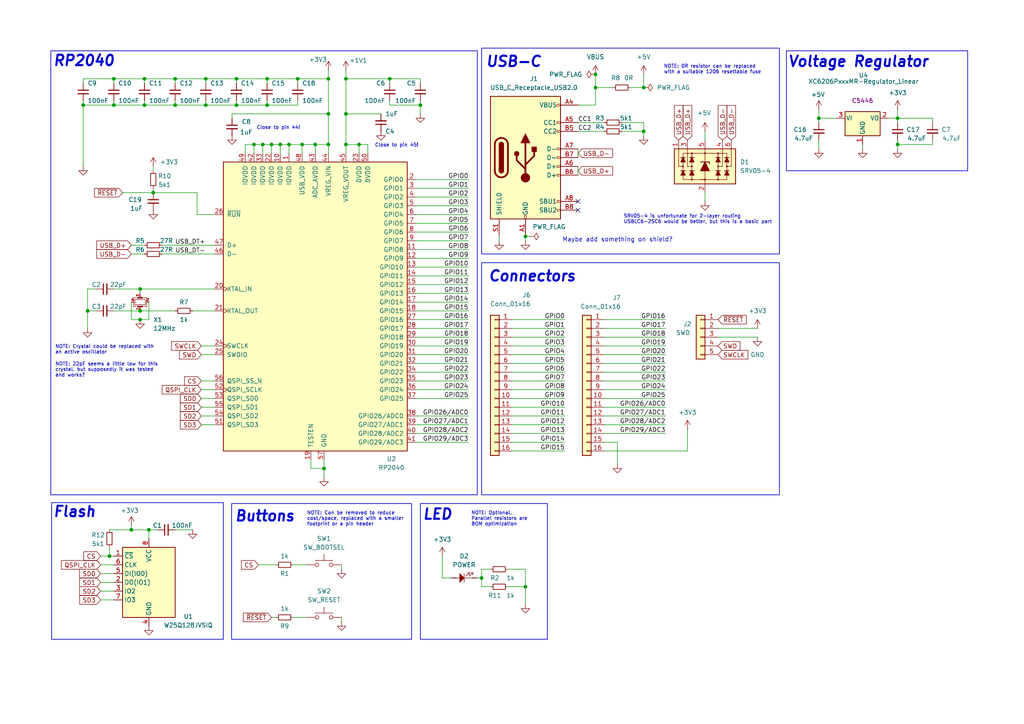
<source format=kicad_sch>
(kicad_sch (version 20231120) (generator "eeschema") (generator_version "8.0")
  (paper "A4")
  (title_block (title "RadPie2040") (date "2024-03-09") (rev "0.2"))
  (junction (at 73.66 41.91))
  (junction (at 77.47 30.48))
  (junction (at 139.7 167.64))
  (junction (at 87.63 41.91))
  (junction (at 44.45 55.88))
  (junction (at 25.4 90.17))
  (junction (at 152.4 68.58))
  (junction (at 41.91 30.48))
  (junction (at 113.03 22.86))
  (junction (at 76.2 41.91))
  (junction (at 43.18 153.67))
  (junction (at 172.72 21.59))
  (junction (at 78.74 41.91))
  (junction (at 91.44 41.91))
  (junction (at 95.25 33.02))
  (junction (at 33.02 22.86))
  (junction (at 83.82 41.91))
  (junction (at 186.69 38.1))
  (junction (at 31.75 161.29))
  (junction (at 237.49 34.29))
  (junction (at 59.69 22.86))
  (junction (at 40.64 90.17))
  (junction (at 172.72 25.4))
  (junction (at 50.8 22.86))
  (junction (at 33.02 30.48))
  (junction (at 68.58 22.86))
  (junction (at 260.35 34.29) (diameter 0.9144))
  (junction (at 41.91 22.86))
  (junction (at 152.4 170.18))
  (junction (at 100.33 33.02))
  (junction (at 100.33 22.86))
  (junction (at 86.36 22.86))
  (junction (at 104.14 41.91))
  (junction (at 68.58 30.48))
  (junction (at 59.69 30.48))
  (junction (at 81.28 41.91))
  (junction (at 50.8 30.48))
  (junction (at 186.69 25.4))
  (junction (at 95.25 22.86))
  (junction (at 121.92 30.48))
  (junction (at 100.33 41.91))
  (junction (at 95.25 41.91))
  (junction (at 260.35 41.91))
  (junction (at 93.98 135.89))
  (junction (at 24.13 30.48))
  (junction (at 38.1 153.67))
  (junction (at 77.47 22.86))
  (junction (at 40.64 83.82))
  (junction (at 40.64 92.71))
  (no_connect (at 167.64 60.96))
  (no_connect (at 167.64 58.42))
  (wire (pts (xy 175.26 115.57) (xy 193.04 115.57)))
  (wire (pts (xy 41.91 30.48) (xy 41.91 29.21)))
  (wire (pts (xy 31.75 158.75) (xy 31.75 161.29)))
  (wire (pts (xy 175.26 125.73) (xy 193.04 125.73)))
  (wire (pts (xy 120.65 67.31) (xy 135.89 67.31)))
  (wire (pts (xy 87.63 41.91) (xy 87.63 44.45)))
  (wire (pts (xy 58.42 123.19) (xy 62.23 123.19)))
  (wire (pts (xy 78.74 41.91) (xy 78.74 44.45)))
  (wire (pts (xy 38.1 73.66) (xy 41.91 73.66)))
  (wire (pts (xy 120.65 69.85) (xy 135.89 69.85)))
  (wire (pts (xy 148.59 128.27) (xy 163.83 128.27)))
  (wire (pts (xy 58.42 102.87) (xy 62.23 102.87)))
  (wire (pts (xy 33.02 90.17) (xy 40.64 90.17)))
  (wire (pts (xy 120.65 77.47) (xy 135.89 77.47)))
  (wire (pts (xy 204.47 38.1) (xy 204.47 40.64)))
  (wire (pts (xy 29.21 168.91) (xy 33.02 168.91)))
  (wire (pts (xy 78.74 179.07) (xy 80.01 179.07)))
  (wire (pts (xy 38.1 92.71) (xy 40.64 92.71)))
  (wire (pts (xy 152.4 165.1) (xy 152.4 170.18)))
  (wire (pts (xy 148.59 107.95) (xy 163.83 107.95)))
  (wire (pts (xy 77.47 22.86) (xy 86.36 22.86)))
  (wire (pts (xy 24.13 22.86) (xy 24.13 24.13)))
  (wire (pts (xy 148.59 100.33) (xy 163.83 100.33)))
  (wire (pts (xy 148.59 115.57) (xy 163.83 115.57)))
  (wire (pts (xy 172.72 30.48) (xy 167.64 30.48)))
  (wire (pts (xy 182.88 25.4) (xy 186.69 25.4)))
  (wire (pts (xy 139.7 167.64) (xy 139.7 165.1)))
  (wire (pts (xy 86.36 24.13) (xy 86.36 22.86)))
  (wire (pts (xy 152.4 170.18) (xy 147.32 170.18)))
  (wire (pts (xy 41.91 22.86) (xy 50.8 22.86)))
  (wire (pts (xy 120.65 125.73) (xy 135.89 125.73)))
  (wire (pts (xy 120.65 107.95) (xy 135.89 107.95)))
  (wire (pts (xy 38.1 153.67) (xy 38.1 152.4)))
  (wire (pts (xy 68.58 22.86) (xy 77.47 22.86)))
  (wire (pts (xy 175.26 123.19) (xy 193.04 123.19)))
  (wire (pts (xy 77.47 22.86) (xy 77.47 24.13)))
  (wire (pts (xy 71.12 44.45) (xy 71.12 41.91)))
  (wire (pts (xy 237.49 34.29) (xy 242.57 34.29)))
  (wire (pts (xy 46.99 71.12) (xy 62.23 71.12)))
  (wire (pts (xy 106.68 44.45) (xy 106.68 41.91)))
  (wire (pts (xy 73.66 41.91) (xy 73.66 44.45)))
  (wire (pts (xy 186.69 21.59) (xy 186.69 25.4)))
  (wire (pts (xy 58.42 118.11) (xy 62.23 118.11)))
  (wire (pts (xy 31.75 153.67) (xy 38.1 153.67)))
  (wire (pts (xy 58.42 115.57) (xy 62.23 115.57)))
  (wire (pts (xy 120.65 97.79) (xy 135.89 97.79)))
  (wire (pts (xy 59.69 29.21) (xy 59.69 30.48)))
  (wire (pts (xy 175.26 102.87) (xy 193.04 102.87)))
  (wire (pts (xy 24.13 22.86) (xy 33.02 22.86)))
  (wire (pts (xy 71.12 41.91) (xy 73.66 41.91)))
  (wire (pts (xy 167.64 35.56) (xy 175.26 35.56)))
  (wire (pts (xy 120.65 100.33) (xy 135.89 100.33)))
  (wire (pts (xy 139.7 165.1) (xy 142.24 165.1)))
  (wire (pts (xy 204.47 58.42) (xy 204.47 55.88)))
  (wire (pts (xy 58.42 100.33) (xy 62.23 100.33)))
  (wire (pts (xy 43.18 87.63) (xy 43.18 92.71)))
  (wire (pts (xy 148.59 113.03) (xy 163.83 113.03)))
  (wire (pts (xy 128.27 161.29) (xy 128.27 167.64)))
  (wire (pts (xy 31.75 161.29) (xy 33.02 161.29)))
  (wire (pts (xy 237.49 43.18) (xy 237.49 40.64)))
  (wire (pts (xy 104.14 41.91) (xy 104.14 44.45)))
  (wire (pts (xy 50.8 29.21) (xy 50.8 30.48)))
  (wire (pts (xy 179.07 128.27) (xy 179.07 134.62)))
  (wire (pts (xy 148.59 105.41) (xy 163.83 105.41)))
  (wire (pts (xy 142.24 170.18) (xy 139.7 170.18)))
  (wire (pts (xy 68.58 30.48) (xy 68.58 29.21)))
  (wire (pts (xy 91.44 41.91) (xy 91.44 44.45)))
  (wire (pts (xy 219.71 97.79) (xy 208.28 97.79)))
  (wire (pts (xy 120.65 128.27) (xy 135.89 128.27)))
  (wire (pts (xy 121.92 29.21) (xy 121.92 30.48)))
  (wire (pts (xy 38.1 71.12) (xy 41.91 71.12)))
  (wire (pts (xy 208.28 95.25) (xy 219.71 95.25)))
  (wire (pts (xy 138.43 167.64) (xy 139.7 167.64)))
  (wire (pts (xy 25.4 83.82) (xy 25.4 90.17)))
  (wire (pts (xy 29.21 171.45) (xy 33.02 171.45)))
  (wire (pts (xy 172.72 21.59) (xy 172.72 25.4)))
  (wire (pts (xy 152.4 69.85) (xy 152.4 68.58)))
  (wire (pts (xy 120.65 64.77) (xy 135.89 64.77)))
  (wire (pts (xy 120.65 85.09) (xy 135.89 85.09)))
  (wire (pts (xy 270.51 34.29) (xy 260.35 34.29)))
  (wire (pts (xy 175.26 113.03) (xy 193.04 113.03)))
  (wire (pts (xy 139.7 170.18) (xy 139.7 167.64)))
  (wire (pts (xy 180.34 35.56) (xy 186.69 35.56)))
  (wire (pts (xy 186.69 35.56) (xy 186.69 38.1)))
  (wire (pts (xy 175.26 118.11) (xy 193.04 118.11)))
  (wire (pts (xy 148.59 125.73) (xy 163.83 125.73)))
  (wire (pts (xy 100.33 41.91) (xy 100.33 44.45)))
  (wire (pts (xy 58.42 120.65) (xy 62.23 120.65)))
  (wire (pts (xy 175.26 105.41) (xy 193.04 105.41)))
  (wire (pts (xy 152.4 68.58) (xy 153.67 68.58)))
  (wire (pts (xy 120.65 92.71) (xy 135.89 92.71)))
  (wire (pts (xy 41.91 30.48) (xy 50.8 30.48)))
  (wire (pts (xy 58.42 113.03) (xy 62.23 113.03)))
  (wire (pts (xy 175.26 110.49) (xy 193.04 110.49)))
  (wire (pts (xy 38.1 153.67) (xy 43.18 153.67)))
  (wire (pts (xy 33.02 22.86) (xy 41.91 22.86)))
  (wire (pts (xy 59.69 22.86) (xy 68.58 22.86)))
  (wire (pts (xy 175.26 130.81) (xy 199.39 130.81)))
  (wire (pts (xy 24.13 30.48) (xy 24.13 48.26)))
  (wire (pts (xy 99.06 180.34) (xy 99.06 179.07)))
  (wire (pts (xy 50.8 153.67) (xy 55.88 153.67)))
  (wire (pts (xy 76.2 41.91) (xy 76.2 44.45)))
  (wire (pts (xy 95.25 41.91) (xy 95.25 44.45)))
  (wire (pts (xy 88.9 179.07) (xy 85.09 179.07)))
  (wire (pts (xy 76.2 41.91) (xy 78.74 41.91)))
  (wire (pts (xy 172.72 25.4) (xy 172.72 30.48)))
  (wire (pts (xy 100.33 33.02) (xy 100.33 41.91)))
  (wire (pts (xy 120.65 54.61) (xy 135.89 54.61)))
  (wire (pts (xy 33.02 83.82) (xy 40.64 83.82)))
  (wire (pts (xy 120.65 110.49) (xy 135.89 110.49)))
  (wire (pts (xy 100.33 22.86) (xy 113.03 22.86)))
  (wire (pts (xy 148.59 92.71) (xy 163.83 92.71)))
  (wire (pts (xy 77.47 30.48) (xy 77.47 29.21)))
  (wire (pts (xy 260.35 41.91) (xy 260.35 40.64)))
  (wire (pts (xy 270.51 35.56) (xy 270.51 34.29)))
  (wire (pts (xy 148.59 120.65) (xy 163.83 120.65)))
  (wire (pts (xy 67.31 33.02) (xy 67.31 34.29)))
  (wire (pts (xy 100.33 22.86) (xy 100.33 33.02)))
  (wire (pts (xy 57.15 55.88) (xy 57.15 62.23)))
  (wire (pts (xy 91.44 41.91) (xy 95.25 41.91)))
  (wire (pts (xy 25.4 90.17) (xy 27.94 90.17)))
  (wire (pts (xy 147.32 165.1) (xy 152.4 165.1)))
  (wire (pts (xy 73.66 41.91) (xy 76.2 41.91)))
  (wire (pts (xy 33.02 30.48) (xy 33.02 29.21)))
  (wire (pts (xy 113.03 30.48) (xy 121.92 30.48)))
  (wire (pts (xy 113.03 30.48) (xy 113.03 29.21)))
  (wire (pts (xy 68.58 22.86) (xy 68.58 24.13)))
  (wire (pts (xy 93.98 133.35) (xy 93.98 135.89)))
  (wire (pts (xy 40.64 90.17) (xy 50.8 90.17)))
  (wire (pts (xy 175.26 92.71) (xy 193.04 92.71)))
  (wire (pts (xy 58.42 110.49) (xy 62.23 110.49)))
  (wire (pts (xy 175.26 107.95) (xy 193.04 107.95)))
  (wire (pts (xy 120.65 120.65) (xy 135.89 120.65)))
  (wire (pts (xy 121.92 33.02) (xy 121.92 30.48)))
  (wire (pts (xy 120.65 102.87) (xy 135.89 102.87)))
  (wire (pts (xy 120.65 74.93) (xy 135.89 74.93)))
  (wire (pts (xy 87.63 41.91) (xy 91.44 41.91)))
  (wire (pts (xy 104.14 41.91) (xy 106.68 41.91)))
  (wire (pts (xy 175.26 128.27) (xy 179.07 128.27)))
  (wire (pts (xy 120.65 72.39) (xy 135.89 72.39)))
  (wire (pts (xy 88.9 163.83) (xy 85.09 163.83)))
  (wire (pts (xy 90.17 135.89) (xy 93.98 135.89)))
  (wire (pts (xy 260.35 34.29) (xy 260.35 35.56)))
  (wire (pts (xy 95.25 22.86) (xy 95.25 33.02)))
  (wire (pts (xy 175.26 100.33) (xy 193.04 100.33)))
  (wire (pts (xy 81.28 41.91) (xy 83.82 41.91)))
  (wire (pts (xy 148.59 118.11) (xy 163.83 118.11)))
  (wire (pts (xy 120.65 57.15) (xy 135.89 57.15)))
  (wire (pts (xy 68.58 30.48) (xy 77.47 30.48)))
  (wire (pts (xy 95.25 33.02) (xy 95.25 41.91)))
  (wire (pts (xy 40.64 83.82) (xy 62.23 83.82)))
  (wire (pts (xy 148.59 130.81) (xy 163.83 130.81)))
  (wire (pts (xy 25.4 83.82) (xy 27.94 83.82)))
  (wire (pts (xy 38.1 87.63) (xy 38.1 92.71)))
  (wire (pts (xy 57.15 62.23) (xy 62.23 62.23)))
  (wire (pts (xy 175.26 95.25) (xy 193.04 95.25)))
  (wire (pts (xy 29.21 166.37) (xy 33.02 166.37)))
  (wire (pts (xy 120.65 82.55) (xy 135.89 82.55)))
  (wire (pts (xy 59.69 22.86) (xy 59.69 24.13)))
  (wire (pts (xy 148.59 123.19) (xy 163.83 123.19)))
  (wire (pts (xy 29.21 163.83) (xy 33.02 163.83)))
  (wire (pts (xy 24.13 29.21) (xy 24.13 30.48)))
  (wire (pts (xy 43.18 153.67) (xy 43.18 156.21)))
  (wire (pts (xy 120.65 59.69) (xy 135.89 59.69)))
  (wire (pts (xy 167.64 43.18) (xy 167.64 45.72)))
  (wire (pts (xy 95.25 22.86) (xy 86.36 22.86)))
  (wire (pts (xy 44.45 54.61) (xy 44.45 55.88)))
  (wire (pts (xy 120.65 113.03) (xy 135.89 113.03)))
  (wire (pts (xy 113.03 22.86) (xy 113.03 24.13)))
  (wire (pts (xy 33.02 30.48) (xy 41.91 30.48)))
  (wire (pts (xy 260.35 31.75) (xy 260.35 34.29)))
  (wire (pts (xy 29.21 161.29) (xy 31.75 161.29)))
  (wire (pts (xy 148.59 97.79) (xy 163.83 97.79)))
  (wire (pts (xy 121.92 22.86) (xy 121.92 24.13)))
  (wire (pts (xy 50.8 30.48) (xy 59.69 30.48)))
  (wire (pts (xy 120.65 123.19) (xy 135.89 123.19)))
  (wire (pts (xy 120.65 95.25) (xy 135.89 95.25)))
  (wire (pts (xy 50.8 22.86) (xy 50.8 24.13)))
  (wire (pts (xy 120.65 87.63) (xy 135.89 87.63)))
  (wire (pts (xy 67.31 33.02) (xy 95.25 33.02)))
  (wire (pts (xy 167.64 48.26) (xy 167.64 50.8)))
  (wire (pts (xy 148.59 95.25) (xy 163.83 95.25)))
  (wire (pts (xy 78.74 41.91) (xy 81.28 41.91)))
  (wire (pts (xy 25.4 90.17) (xy 25.4 95.25)))
  (wire (pts (xy 172.72 25.4) (xy 177.8 25.4)))
  (wire (pts (xy 120.65 90.17) (xy 135.89 90.17)))
  (wire (pts (xy 44.45 55.88) (xy 57.15 55.88)))
  (wire (pts (xy 50.8 22.86) (xy 59.69 22.86)))
  (wire (pts (xy 167.64 38.1) (xy 175.26 38.1)))
  (wire (pts (xy 41.91 22.86) (xy 41.91 24.13)))
  (wire (pts (xy 199.39 124.46) (xy 199.39 130.81)))
  (wire (pts (xy 83.82 41.91) (xy 83.82 44.45)))
  (wire (pts (xy 43.18 153.67) (xy 45.72 153.67)))
  (wire (pts (xy 59.69 30.48) (xy 68.58 30.48)))
  (wire (pts (xy 100.33 20.32) (xy 100.33 22.86)))
  (wire (pts (xy 250.19 43.18) (xy 250.19 41.91)))
  (wire (pts (xy 180.34 38.1) (xy 186.69 38.1)))
  (wire (pts (xy 186.69 39.37) (xy 186.69 38.1)))
  (wire (pts (xy 120.65 105.41) (xy 135.89 105.41)))
  (wire (pts (xy 175.26 97.79) (xy 193.04 97.79)))
  (wire (pts (xy 74.93 163.83) (xy 80.01 163.83)))
  (wire (pts (xy 128.27 167.64) (xy 130.81 167.64)))
  (wire (pts (xy 237.49 34.29) (xy 237.49 35.56)))
  (wire (pts (xy 270.51 40.64) (xy 270.51 41.91)))
  (wire (pts (xy 120.65 62.23) (xy 135.89 62.23)))
  (wire (pts (xy 257.81 34.29) (xy 260.35 34.29)))
  (wire (pts (xy 100.33 41.91) (xy 104.14 41.91)))
  (wire (pts (xy 40.64 85.09) (xy 40.64 83.82)))
  (wire (pts (xy 81.28 41.91) (xy 81.28 44.45)))
  (wire (pts (xy 86.36 30.48) (xy 77.47 30.48)))
  (wire (pts (xy 33.02 22.86) (xy 33.02 24.13)))
  (wire (pts (xy 120.65 80.01) (xy 135.89 80.01)))
  (wire (pts (xy 175.26 120.65) (xy 193.04 120.65)))
  (wire (pts (xy 120.65 52.07) (xy 135.89 52.07)))
  (wire (pts (xy 55.88 90.17) (xy 62.23 90.17)))
  (wire (pts (xy 83.82 41.91) (xy 87.63 41.91)))
  (wire (pts (xy 144.78 69.85) (xy 144.78 68.58)))
  (wire (pts (xy 270.51 41.91) (xy 260.35 41.91)))
  (wire (pts (xy 121.92 22.86) (xy 113.03 22.86)))
  (wire (pts (xy 90.17 133.35) (xy 90.17 135.89)))
  (wire (pts (xy 86.36 29.21) (xy 86.36 30.48)))
  (wire (pts (xy 120.65 115.57) (xy 135.89 115.57)))
  (wire (pts (xy 29.21 173.99) (xy 33.02 173.99)))
  (wire (pts (xy 35.56 55.88) (xy 44.45 55.88)))
  (wire (pts (xy 99.06 165.1) (xy 99.06 163.83)))
  (wire (pts (xy 237.49 31.75) (xy 237.49 34.29)))
  (wire (pts (xy 24.13 30.48) (xy 33.02 30.48)))
  (wire (pts (xy 152.4 175.26) (xy 152.4 170.18)))
  (wire (pts (xy 46.99 73.66) (xy 62.23 73.66)))
  (wire (pts (xy 148.59 110.49) (xy 163.83 110.49)))
  (wire (pts (xy 260.35 43.18) (xy 260.35 41.91)))
  (wire (pts (xy 93.98 138.43) (xy 93.98 135.89)))
  (wire (pts (xy 148.59 102.87) (xy 163.83 102.87)))
  (wire (pts (xy 95.25 22.86) (xy 95.25 20.32)))
  (wire (pts (xy 43.18 92.71) (xy 40.64 92.71)))
  (wire (pts (xy 100.33 33.02) (xy 110.49 33.02)))
  (wire (pts (xy 44.45 48.26) (xy 44.45 49.53)))
  (rectangle (start 139.7 13.97) (end 226.06 73.66) (stroke (width 0.2)))
  (rectangle (start 14.732 14.732) (end 138.43 143.51) (stroke (width 0.2)))
  (rectangle (start 67.183 146.05) (end 119.38 185.42) (stroke (width 0.2)))
  (rectangle (start 14.986 145.796) (end 64.77 185.42) (stroke (width 0.2)))
  (rectangle (start 228.092 14.732) (end 280.67 49.53) (stroke (width 0.2)))
  (rectangle (start 121.92 146.05) (end 158.75 185.42) (stroke (width 0.2)))
  (rectangle (start 139.7 76.2) (end 226.06 143.51) (stroke (width 0.2)))
  (text_box "NOTE: 22pF seems a little low for this crystal, but supposedly it was tested and works?\n" (at 15.24 104.14 0) (size 31.75 3.81) (stroke (width -0.0001)) (effects (font (size 1 1)) (justify left top)))
  (text_box "NOTE: Crystal could be replaced with an active oscillator" (at 15.24 99.06 0) (size 31.75 3.81) (stroke (width -0.0001)) (effects (font (size 1 1)) (justify left top)))
  (text_box "Close to pin 44!" (at 73.66 35.56 0) (size 15.24 2.54) (stroke (width -0.0001)) (effects (font (size 1 1)) (justify left top)))
  (text_box "NOTE: 0R resistor can be replaced with a suitable 1206 resettable fuse" (at 191.77 17.78 0) (size 31.75 3.81) (stroke (width -0.0001)) (effects (font (size 1 1)) (justify left top)))
  (text_box "NOTE: Optional. Parallel resistors are BOM optimization" (at 135.89 147.32 0) (size 19.05 6.35) (stroke (width -0.0001)) (effects (font (size 1 1)) (justify left top)))
  (text_box "Close to pin 45!" (at 107.95 40.64 0) (size 15.24 2.54) (stroke (width -0.0001)) (effects (font (size 1 1)) (justify left top)))
  (text_box "NOTE: Can be removed to reduce cost/space, replaced with a smaller footprint or a pin header" (at 88.265 147.32 0) (size 31.75 3.81) (stroke (width -0.0001)) (effects (font (size 1 1)) (justify left top)))
  (text "Flash" (at 15.24 148.59 0) (effects (font (size 3 3) (thickness 0.6) (bold yes) (italic yes)) (justify left)))
  (text "RP2040" (at 15.24 17.78 0) (effects (font (size 3 3) (thickness 0.6) (bold yes) (italic yes)) (justify left)))
  (text "USB-C" (at 140.716 18.034 0) (effects (font (size 3 3) (thickness 0.6) (bold yes) (italic yes)) (justify left)))
  (text "Voltage Regulator" (at 228.346 18.034 0) (effects (font (size 3 3) (thickness 0.6) (bold yes) (italic yes)) (justify left)))
  (text "LED" (at 122.428 149.352 0) (effects (font (size 3 3) (thickness 0.6) (bold yes) (italic yes)) (justify left)))
  (text "Maybe add something on shield?" (at 163.068 70.358 0) (effects (font (size 1.27 1.27)) (justify left bottom)))
  (text "Buttons" (at 67.945 149.86 0) (effects (font (size 3 3) (thickness 0.6) (bold yes) (italic yes)) (justify left)))
  (text "SRV05-4 is unfortunate for 2-layer routing\nUSBLC6-2SC6 would be better, but this is a basic part" (at 180.848 65.024 0) (effects (font (size 1 1)) (justify left bottom)))
  (text "Connectors" (at 141.478 80.264 0) (effects (font (size 3 3) (thickness 0.6) (bold yes) (italic yes)) (justify left)))
  (label "GPIO28{slash}ADC2" (at 135.89 125.73 180))
  (label "GPIO18" (at 135.89 97.79 180))
  (label "GPIO15" (at 163.83 130.81 180))
  (label "GPIO0" (at 163.83 92.71 180))
  (label "GPIO5" (at 135.89 64.77 180))
  (label "GPIO10" (at 163.83 118.11 180))
  (label "GPIO1" (at 163.83 95.25 180))
  (label "CC1" (at 167.64 35.56 0))
  (label "GPIO14" (at 163.83 128.27 180))
  (label "GPIO24" (at 193.04 113.03 180))
  (label "GPIO11" (at 163.83 120.65 180))
  (label "GPIO8" (at 135.89 72.39 180))
  (label "GPIO20" (at 135.89 102.87 180))
  (label "GPIO16" (at 193.04 92.71 180))
  (label "GPIO25" (at 135.89 115.57 180))
  (label "GPIO5" (at 163.83 105.41 180))
  (label "GPIO12" (at 135.89 82.55 180))
  (label "GPIO7" (at 163.83 110.49 180))
  (label "GPIO4" (at 135.89 62.23 180))
  (label "GPIO11" (at 135.89 80.01 180))
  (label "GPIO8" (at 163.83 113.03 180))
  (label "GPIO13" (at 163.83 125.73 180))
  (label "GPIO2" (at 135.89 57.15 180))
  (label "GPIO27{slash}ADC1" (at 193.04 120.65 180))
  (label "GPIO9" (at 135.89 74.93 180))
  (label "GPIO17" (at 135.89 95.25 180))
  (label "GPIO19" (at 193.04 100.33 180))
  (label "GPIO2" (at 163.83 97.79 180))
  (label "GPIO29{slash}ADC3" (at 193.04 125.73 180))
  (label "GPIO3" (at 135.89 59.69 180))
  (label "GPIO29{slash}ADC3" (at 135.89 128.27 180))
  (label "GPIO28{slash}ADC2" (at 193.04 123.19 180))
  (label "GPIO13" (at 135.89 85.09 180))
  (label "GPIO15" (at 135.89 90.17 180))
  (label "USB_DT-" (at 50.8 73.66 0))
  (label "GPIO9" (at 163.83 115.57 180))
  (label "GPIO26{slash}ADC0" (at 193.04 118.11 180))
  (label "GPIO21" (at 135.89 105.41 180))
  (label "GPIO12" (at 163.83 123.19 180))
  (label "GPIO22" (at 193.04 107.95 180))
  (label "GPIO17" (at 193.04 95.25 180))
  (label "GPIO27{slash}ADC1" (at 135.89 123.19 180))
  (label "GPIO22" (at 135.89 107.95 180))
  (label "GPIO26{slash}ADC0" (at 135.89 120.65 180))
  (label "GPIO7" (at 135.89 69.85 180))
  (label "CC2" (at 167.64 38.1 0))
  (label "USB_DT+" (at 50.8 71.12 0))
  (label "GPIO3" (at 163.83 100.33 180))
  (label "GPIO21" (at 193.04 105.41 180))
  (label "GPIO23" (at 135.89 110.49 180))
  (label "GPIO6" (at 135.89 67.31 180))
  (label "GPIO4" (at 163.83 102.87 180))
  (label "GPIO19" (at 135.89 100.33 180))
  (label "GPIO16" (at 135.89 92.71 180))
  (label "GPIO24" (at 135.89 113.03 180))
  (label "GPIO25" (at 193.04 115.57 180))
  (label "GPIO18" (at 193.04 97.79 180))
  (label "GPIO0" (at 135.89 52.07 180))
  (label "GPIO23" (at 193.04 110.49 180))
  (label "GPIO14" (at 135.89 87.63 180))
  (label "GPIO6" (at 163.83 107.95 180))
  (label "GPIO20" (at 193.04 102.87 180))
  (label "GPIO1" (at 135.89 54.61 180))
  (label "GPIO10" (at 135.89 77.47 180))
  (global_label "USB_D+" (shape input) (at 167.64 49.53 0) (property "Intersheetrefs" "${INTERSHEET_REFS}" (effects (hide yes))))
  (global_label "SWCLK" (shape input) (at 58.42 100.33 180) (property "Intersheetrefs" "${INTERSHEET_REFS}" (effects (hide yes))))
  (global_label "CS" (shape input) (at 74.93 163.83 180) (property "Intersheetrefs" "${INTERSHEET_REFS}" (effects (hide yes))))
  (global_label "QSPI_CLK" (shape input) (at 29.21 163.83 180) (property "Intersheetrefs" "${INTERSHEET_REFS}" (effects (hide yes))))
  (global_label "USB_D-" (shape input) (at 167.64 44.45 0) (property "Intersheetrefs" "${INTERSHEET_REFS}" (effects (hide yes))))
  (global_label "SD0" (shape input) (at 58.42 115.57 180) (property "Intersheetrefs" "${INTERSHEET_REFS}" (effects (hide yes))))
  (global_label "USB_D+" (shape input) (at 38.1 71.12 180) (property "Intersheetrefs" "${INTERSHEET_REFS}" (effects (hide yes))))
  (global_label "SWCLK" (shape input) (at 208.28 102.87 0) (property "Intersheetrefs" "${INTERSHEET_REFS}" (effects (hide yes))))
  (global_label "USB_D-" (shape input) (at 38.1 73.66 180) (property "Intersheetrefs" "${INTERSHEET_REFS}" (effects (hide yes))))
  (global_label "~{RESET}" (shape input) (at 78.74 179.07 180) (property "Intersheetrefs" "${INTERSHEET_REFS}" (effects (hide yes))))
  (global_label "SD1" (shape input) (at 58.42 118.11 180) (property "Intersheetrefs" "${INTERSHEET_REFS}" (effects (hide yes))))
  (global_label "CS" (shape input) (at 58.42 110.49 180) (property "Intersheetrefs" "${INTERSHEET_REFS}" (effects (hide yes))))
  (global_label "USB_D+" (shape input) (at 196.85 40.64 90) (property "Intersheetrefs" "${INTERSHEET_REFS}" (effects (hide yes))))
  (global_label "SWD" (shape input) (at 58.42 102.87 180) (property "Intersheetrefs" "${INTERSHEET_REFS}" (effects (hide yes))))
  (global_label "CS" (shape input) (at 29.21 161.29 180) (property "Intersheetrefs" "${INTERSHEET_REFS}" (effects (hide yes))))
  (global_label "SD1" (shape input) (at 29.21 168.91 180) (property "Intersheetrefs" "${INTERSHEET_REFS}" (effects (hide yes))))
  (global_label "SD3" (shape input) (at 58.42 123.19 180) (property "Intersheetrefs" "${INTERSHEET_REFS}" (effects (hide yes))))
  (global_label "USB_D+" (shape input) (at 199.39 40.64 90) (property "Intersheetrefs" "${INTERSHEET_REFS}" (effects (hide yes))))
  (global_label "~{RESET}" (shape input) (at 208.28 92.71 0) (property "Intersheetrefs" "${INTERSHEET_REFS}" (effects (hide yes))))
  (global_label "QSPI_CLK" (shape input) (at 58.42 113.03 180) (property "Intersheetrefs" "${INTERSHEET_REFS}" (effects (hide yes))))
  (global_label "SD2" (shape input) (at 58.42 120.65 180) (property "Intersheetrefs" "${INTERSHEET_REFS}" (effects (hide yes))))
  (global_label "SD2" (shape input) (at 29.21 171.45 180) (property "Intersheetrefs" "${INTERSHEET_REFS}" (effects (hide yes))))
  (global_label "USB_D-" (shape input) (at 212.09 40.64 90) (property "Intersheetrefs" "${INTERSHEET_REFS}" (effects (hide yes))))
  (global_label "USB_D-" (shape input) (at 209.55 40.64 90) (property "Intersheetrefs" "${INTERSHEET_REFS}" (effects (hide yes))))
  (global_label "SD3" (shape input) (at 29.21 173.99 180) (property "Intersheetrefs" "${INTERSHEET_REFS}" (effects (hide yes))))
  (global_label "SWD" (shape input) (at 208.28 100.33 0) (property "Intersheetrefs" "${INTERSHEET_REFS}" (effects (hide yes))))
  (global_label "SD0" (shape input) (at 29.21 166.37 180) (property "Intersheetrefs" "${INTERSHEET_REFS}" (effects (hide yes))))
  (global_label "~{RESET}" (shape input) (at 35.56 55.88 180) (property "Intersheetrefs" "${INTERSHEET_REFS}" (effects (hide yes))))
  (symbol (lib_id "Device:C_Small") (at 50.8 26.67 0) (unit 1)
    (property "Reference" "C12" (at 52.07 24.1299 0) (effects (justify left)))
    (property "Value" "100nF" (at 52.07 29.2099 0) (effects (justify left)))
    (property "Footprint" "Capacitor_SMD:C_0402_1005Metric" (effects (hide yes)))
    (property "LCSC" "C1525" (effects (hide yes)))
  )
  (symbol (lib_id "Device:R_Small") (at 177.8 38.1 90) (unit 1)
    (property "Reference" "R4" (at 173.99 36.83 90))
    (property "Value" "5k1" (at 181.61 36.83 90))
    (property "Footprint" "Resistor_SMD:R_0402_1005Metric" (effects (hide yes)))
    (property "LCSC" "C25905" (effects (hide yes)))
  )
  (symbol (lib_id "power:GND") (at 67.31 39.37 0) (unit 1)
    (property "Reference" "#PWR025" (effects (hide yes)))
    (property "Value" "GND" (effects (hide yes)))
    (property "Description" "Power symbol creates a global label with name \"GND\" , ground" (effects (hide yes)))
  )
  (symbol (lib_id "power:GND") (at 121.92 33.02 0) (mirror y) (unit 1)
    (property "Reference" "#PWR018" (effects (hide yes)))
    (property "Value" "GND" (effects (hide yes)))
    (property "Description" "Power symbol creates a global label with name \"GND\" , ground" (effects (hide yes)))
  )
  (symbol (lib_id "power:GND") (at 144.78 69.85 0) (unit 1)
    (property "Reference" "#PWR014" (effects (hide yes)))
    (property "Value" "GND" (effects (hide yes)))
    (property "Description" "Power symbol creates a global label with name \"GND\" , ground" (effects (hide yes)))
  )
  (symbol (lib_id "power:+3V3") (at 38.1 152.4 0) (unit 1)
    (property "Reference" "#PWR01" (effects (hide yes)))
    (property "Value" "+3V3" (at 37.592 148.082 0))
    (property "Description" "Power symbol creates a global label with name \"+3V3\"" (effects (hide yes)))
  )
  (symbol (lib_id "power:GND") (at 24.13 48.26 0) (unit 1)
    (property "Reference" "#PWR06" (effects (hide yes)))
    (property "Value" "GND" (effects (hide yes)))
    (property "Description" "Power symbol creates a global label with name \"GND\" , ground" (effects (hide yes)))
  )
  (symbol (lib_id "power:GND") (at 44.45 60.96 0) (mirror y) (unit 1)
    (property "Reference" "#PWR016" (effects (hide yes)))
    (property "Value" "GND" (effects (hide yes)))
    (property "Description" "Power symbol creates a global label with name \"GND\" , ground" (effects (hide yes)))
  )
  (symbol (lib_id "power:PWR_FLAG") (at 186.69 25.4 270) (unit 1)
    (property "Reference" "#FLG04" (effects (hide yes)))
    (property "Value" "PWR_FLAG" (at 190.5 25.3999 90) (effects (justify left)))
    (property "Description" "Special symbol for telling ERC where power comes from" (effects (hide yes)))
  )
  (symbol (lib_id "Device:C_Small") (at 77.47 26.67 0) (unit 1)
    (property "Reference" "C15" (at 78.74 24.1299 0) (effects (justify left)))
    (property "Value" "100nF" (at 78.74 29.2099 0) (effects (justify left)))
    (property "Footprint" "Capacitor_SMD:C_0402_1005Metric" (effects (hide yes)))
    (property "LCSC" "C1525" (effects (hide yes)))
  )
  (symbol (lib_id "Switch:SW_Push") (at 93.98 179.07 0) (mirror y) (unit 1)
    (property "Reference" "SW2" (at 93.98 171.45 0))
    (property "Value" "SW_RESET" (at 93.98 173.99 0))
    (property "Footprint" "RadPie2040:TS-1187A-B-A-B" (effects (hide yes)))
    (property "Description" "C318884" (effects (hide yes)))
    (property "LCSC" "C318884" (effects (hide yes)))
  )
  (symbol (lib_id "power:+5V") (at 186.69 21.59 0) (unit 1)
    (property "Reference" "#PWR09" (effects (hide yes)))
    (property "Value" "+5V" (at 186.69 16.51 0))
    (property "Description" "Power symbol creates a global label with name \"+5V\"" (effects (hide yes)))
  )
  (symbol (lib_id "Device:C_Small") (at 44.45 58.42 0) (mirror y) (unit 1)
    (property "Reference" "C19" (at 41.148 57.912 0) (effects (justify left)))
    (property "Value" "1uF" (at 41.402 60.452 0) (effects (justify left)))
    (property "Footprint" "Capacitor_SMD:C_0402_1005Metric" (effects (hide yes)))
    (property "LCSC" "C52923" (effects (hide yes)))
  )
  (symbol (lib_id "power:GND") (at 204.47 58.42 0) (unit 1)
    (property "Reference" "#PWR035" (effects (hide yes)))
    (property "Value" "GND" (effects (hide yes)))
    (property "Description" "Power symbol creates a global label with name \"GND\" , ground" (effects (hide yes)))
  )
  (symbol (lib_id "power:+3.3V") (at 199.39 124.46 0) (unit 1)
    (property "Reference" "#PWR037" (effects (hide yes)))
    (property "Value" "+3V3" (at 199.39 119.634 0))
    (property "Description" "Power symbol creates a global label with name \"+3.3V\"" (effects (hide yes)))
  )
  (symbol (lib_id "power:+3.3V") (at 128.27 161.29 0) (unit 1)
    (property "Reference" "#PWR020" (effects (hide yes)))
    (property "Value" "+3V3" (at 128.27 156.464 0))
    (property "Description" "Power symbol creates a global label with name \"+3.3V\"" (effects (hide yes)))
  )
  (symbol (lib_id "power:+3V3") (at 219.71 95.25 0) (unit 1)
    (property "Reference" "#PWR021" (effects (hide yes)))
    (property "Value" "+3V3" (at 219.71 90.17 0))
    (property "Description" "Power symbol creates a global label with name \"+3V3\"" (effects (hide yes)))
  )
  (symbol (lib_id "PCM_SL_Devices:LED") (at 134.62 167.64 0) (unit 1)
    (property "Reference" "D2" (at 134.62 161.29 0))
    (property "Value" "POWER" (at 134.62 163.83 0))
    (property "Footprint" "LED_SMD:LED_0603_1608Metric_Dot" (effects (hide yes)))
    (property "Description" "KT-0603R, Vf=1.9-2.2" (effects (hide yes)))
    (property "LCSC" "C2286" (effects (hide yes)))
  )
  (symbol (lib_id "Connector_Generic:Conn_01x16") (at 143.51 110.49 0) (mirror y) (unit 1) (in_bom no)
    (property "Reference" "J6" (at 153.924 85.598 0) (effects (justify left)))
    (property "Value" "Conn_01x16" (at 153.924 88.138 0) (effects (justify left)))
    (property "Footprint" "Connector_PinHeader_2.54mm:PinHeader_1x16_P2.54mm_Vertical" (effects (hide yes)))
    (property "Description" "Generic connector, single row, 01x16, script generated (kicad-library-utils/schlib/autogen/connector/)" (effects (hide yes)))
  )
  (symbol (lib_id "Switch:SW_Push") (at 93.98 163.83 0) (mirror y) (unit 1)
    (property "Reference" "SW1" (at 93.98 156.21 0))
    (property "Value" "SW_BOOTSEL" (at 93.98 158.75 0))
    (property "Footprint" "RadPie2040:TS-1187A-B-A-B" (effects (hide yes)))
    (property "Description" "C318884" (effects (hide yes)))
    (property "LCSC" "C318884" (effects (hide yes)))
  )
  (symbol (lib_id "Device:C_Small") (at 67.31 36.83 0) (unit 1)
    (property "Reference" "C8" (at 70.104 35.306 0) (effects (justify left)))
    (property "Value" "1uF" (at 69.596 38.354 0) (effects (justify left)))
    (property "Footprint" "Capacitor_SMD:C_0402_1005Metric" (effects (hide yes)))
    (property "LCSC" "C52923" (effects (hide yes)))
  )
  (symbol (lib_id "power:GND") (at 250.19 43.18 0) (unit 1)
    (property "Reference" "#PWR027" (effects (hide yes)))
    (property "Value" "GND" (effects (hide yes)))
    (property "Description" "Power symbol creates a global label with name \"GND\" , ground" (effects (hide yes)))
  )
  (symbol (lib_id "Device:C_Small") (at 48.26 153.67 90) (unit 1)
    (property "Reference" "C1" (at 46.9899 152.4 90) (effects (justify left)))
    (property "Value" "100nF" (at 55.8799 152.4 90) (effects (justify left)))
    (property "Footprint" "Capacitor_SMD:C_0402_1005Metric" (effects (hide yes)))
    (property "LCSC" "C1525" (effects (hide yes)))
  )
  (symbol (lib_id "Connector_Generic:Conn_01x16") (at 170.18 110.49 0) (mirror y) (unit 1) (in_bom no)
    (property "Reference" "J7" (at 180.086 86.36 0) (effects (justify left)))
    (property "Value" "Conn_01x16" (at 180.086 88.9 0) (effects (justify left)))
    (property "Footprint" "Connector_PinHeader_2.54mm:PinHeader_1x16_P2.54mm_Vertical" (effects (hide yes)))
    (property "Description" "Generic connector, single row, 01x16, script generated (kicad-library-utils/schlib/autogen/connector/)" (effects (hide yes)))
  )
  (symbol (lib_id "power:+3V3") (at 44.45 48.26 0) (unit 1)
    (property "Reference" "#PWR04" (effects (hide yes)))
    (property "Value" "+3V3" (at 49.022 46.99 0))
    (property "Description" "Power symbol creates a global label with name \"+3V3\"" (effects (hide yes)))
  )
  (symbol (lib_id "power:GND") (at 260.35 43.18 0) (unit 1)
    (property "Reference" "#PWR034" (effects (hide yes)))
    (property "Value" "GND" (effects (hide yes)))
    (property "Description" "Power symbol creates a global label with name \"GND\" , ground" (effects (hide yes)))
  )
  (symbol (lib_id "power:GND") (at 43.18 181.61 0) (unit 1)
    (property "Reference" "#PWR011" (effects (hide yes)))
    (property "Value" "GND" (effects (hide yes)))
    (property "Description" "Power symbol creates a global label with name \"GND\" , ground" (effects (hide yes)))
  )
  (symbol (lib_id "Device:R_Small") (at 44.45 52.07 0) (mirror x) (unit 1)
    (property "Reference" "R10" (at 47.752 51.054 0))
    (property "Value" "5k1" (at 47.752 53.594 0))
    (property "Footprint" "Resistor_SMD:R_0402_1005Metric" (effects (hide yes)))
    (property "LCSC" "C25905" (effects (hide yes)))
  )
  (symbol (lib_id "Connector_Generic:Conn_01x05") (at 203.2 97.79 0) (mirror y) (unit 1) (in_bom no)
    (property "Reference" "J2" (at 199.39 93.98 0))
    (property "Value" "SWD" (at 198.12 96.52 0))
    (property "Footprint" "Connector_PinSocket_2.54mm:PinSocket_1x05_P2.54mm_Vertical" (effects (hide yes)))
  )
  (symbol (lib_id "Device:C_Small") (at 260.35 38.1 0) (unit 1)
    (property "Reference" "C17" (at 262.89 37.592 0) (effects (justify left)))
    (property "Value" "4.7uF" (at 263.144 40.132 0) (effects (justify left)))
    (property "Footprint" "Capacitor_SMD:C_0805_2012Metric" (effects (hide yes)))
    (property "LCSC" "C1779" (effects (hide yes)))
  )
  (symbol (lib_id "Device:C_Small") (at 30.48 83.82 90) (unit 1)
    (property "Reference" "C2" (at 27.94 82.55 90))
    (property "Value" "22pF" (at 34.29 82.55 90))
    (property "Footprint" "Capacitor_SMD:C_0402_1005Metric" (effects (hide yes)))
    (property "LCSC" "C1555" (effects (hide yes)))
  )
  (symbol (lib_id "power:+5V") (at 237.49 31.75 0) (unit 1)
    (property "Reference" "#PWR023" (effects (hide yes)))
    (property "Value" "+5V" (at 237.236 27.432 0))
    (property "Description" "Power symbol creates a global label with name \"+5V\"" (effects (hide yes)))
  )
  (symbol (lib_id "Memory_Flash:W25Q128JVS") (at 43.18 168.91 0) (unit 1)
    (property "Reference" "U1" (at 54.61 178.816 0))
    (property "Value" "W25Q128JVSIQ" (at 54.61 181.356 0))
    (property "Footprint" "Package_SO:SOIC-8_5.23x5.23mm_P1.27mm" (effects (hide yes)))
    (property "Datasheet" "http://www.winbond.com/resource-files/w25q128jv_dtr%20revc%2003272018%20plus.pdf" (effects (hide yes)))
    (property "Description" "128Mb Serial Flash Memory, Standard/Dual/Quad SPI, SOIC-8" (effects (hide yes)))
    (property "LCSC" "C97521" (effects (hide yes)))
  )
  (symbol (lib_id "Device:C_Small") (at 24.13 26.67 0) (unit 1)
    (property "Reference" "C9" (at 25.4 24.1299 0) (effects (justify left)))
    (property "Value" "100nF" (at 25.4 29.2099 0) (effects (justify left)))
    (property "Footprint" "Capacitor_SMD:C_0402_1005Metric" (effects (hide yes)))
    (property "LCSC" "C1525" (effects (hide yes)))
  )
  (symbol (lib_id "power:GND") (at 55.88 153.67 0) (unit 1)
    (property "Reference" "#PWR02" (effects (hide yes)))
    (property "Value" "GND" (effects (hide yes)))
    (property "Description" "Power symbol creates a global label with name \"GND\" , ground" (effects (hide yes)))
  )
  (symbol (lib_id "Device:R_Small") (at 144.78 165.1 90) (mirror x) (unit 1)
    (property "Reference" "R2" (at 143.51 167.64 90))
    (property "Value" "1k" (at 148.082 167.64 90))
    (property "Footprint" "Resistor_SMD:R_0402_1005Metric" (effects (hide yes)))
    (property "LCSC" "C11702" (effects (hide yes)))
  )
  (symbol (lib_id "Device:C_Small") (at 86.36 26.67 0) (unit 1)
    (property "Reference" "C18" (at 87.63 24.1299 0) (effects (justify left)))
    (property "Value" "100nF" (at 87.63 29.2099 0) (effects (justify left)))
    (property "Footprint" "Capacitor_SMD:C_0402_1005Metric" (effects (hide yes)))
    (property "LCSC" "C1525" (effects (hide yes)))
  )
  (symbol (lib_id "Device:R_Small") (at 53.34 90.17 90) (unit 1)
    (property "Reference" "R7" (at 53.34 87.63 90))
    (property "Value" "1k" (at 53.34 92.71 90))
    (property "Footprint" "Resistor_SMD:R_0402_1005Metric" (effects (hide yes)))
    (property "LCSC" "C11702" (effects (hide yes)))
  )
  (symbol (lib_id "Device:C_Small") (at 59.69 26.67 0) (unit 1)
    (property "Reference" "C13" (at 60.96 24.1299 0) (effects (justify left)))
    (property "Value" "100nF" (at 60.96 29.2099 0) (effects (justify left)))
    (property "Footprint" "Capacitor_SMD:C_0402_1005Metric" (effects (hide yes)))
    (property "LCSC" "C1525" (effects (hide yes)))
  )
  (symbol (lib_id "power:GND") (at 179.07 134.62 0) (unit 1)
    (property "Reference" "#PWR038" (effects (hide yes)))
    (property "Value" "GND" (effects (hide yes)))
    (property "Description" "Power symbol creates a global label with name \"GND\" , ground" (effects (hide yes)))
  )
  (symbol (lib_id "power:PWR_FLAG") (at 172.72 21.59 90) (unit 1)
    (property "Reference" "#FLG02" (effects (hide yes)))
    (property "Value" "PWR_FLAG" (at 168.91 21.5899 90) (effects (justify left)))
    (property "Description" "Special symbol for telling ERC where power comes from" (effects (hide yes)))
  )
  (symbol (lib_id "Device:C_Small") (at 237.49 38.1 0) (unit 1)
    (property "Reference" "C16" (at 230.124 37.592 0) (effects (justify left)))
    (property "Value" "4.7uF" (at 230.378 40.132 0) (effects (justify left)))
    (property "Footprint" "Capacitor_SMD:C_0805_2012Metric" (effects (hide yes)))
    (property "LCSC" "C1779" (effects (hide yes)))
  )
  (symbol (lib_id "Device:R_Small") (at 177.8 35.56 90) (unit 1)
    (property "Reference" "R3" (at 173.99 34.29 90))
    (property "Value" "5k1" (at 181.61 34.29 90))
    (property "Footprint" "Resistor_SMD:R_0402_1005Metric" (effects (hide yes)))
    (property "LCSC" "C25905" (effects (hide yes)))
  )
  (symbol (lib_id "power:+3.3V") (at 260.35 31.75 0) (unit 1)
    (property "Reference" "#PWR024" (effects (hide yes)))
    (property "Value" "+3V3" (at 260.35 26.924 0))
    (property "Description" "Power symbol creates a global label with name \"+3.3V\"" (effects (hide yes)))
  )
  (symbol (lib_id "power:GND") (at 186.69 39.37 0) (unit 1)
    (property "Reference" "#PWR010" (effects (hide yes)))
    (property "Value" "GND" (effects (hide yes)))
    (property "Description" "Power symbol creates a global label with name \"GND\" , ground" (effects (hide yes)))
  )
  (symbol (lib_id "power:VBUS") (at 172.72 21.59 0) (unit 1)
    (property "Reference" "#PWR08" (effects (hide yes)))
    (property "Value" "VBUS" (at 172.72 16.51 0))
    (property "Description" "Power symbol creates a global label with name \"VBUS\"" (effects (hide yes)))
  )
  (symbol (lib_id "power:+5V") (at 204.47 38.1 0) (unit 1)
    (property "Reference" "#PWR036" (effects (hide yes)))
    (property "Value" "+5V" (at 204.216 32.766 0))
    (property "Description" "Power symbol creates a global label with name \"+5V\"" (effects (hide yes)))
  )
  (symbol (lib_id "kicad-keyboard-parts:XC6206PxxxMR-Regulator_Linear") (at 250.19 34.29 0) (unit 1)
    (property "Reference" "U4" (at 250.444 21.844 0))
    (property "Value" "XC6206PxxxMR-Regulator_Linear" (at 250.444 23.622 0))
    (property "Footprint" "Package_TO_SOT_SMD:SOT-23" (effects (hide yes)))
    (property "Datasheet" "https://www.torexsemi.com/file/xc6206/XC6206.pdf" (effects (hide yes)))
    (property "LCSC" "C5446" (at 250.19 29.21 0))
  )
  (symbol (lib_id "power:GND") (at 152.4 69.85 0) (unit 1)
    (property "Reference" "#PWR015" (effects (hide yes)))
    (property "Value" "GND" (effects (hide yes)))
    (property "Description" "Power symbol creates a global label with name \"GND\" , ground" (effects (hide yes)))
  )
  (symbol (lib_id "RadPie2040:RP2040") (at 88.9 95.25 0) (unit 1)
    (property "Reference" "U2" (at 113.538 133.096 0))
    (property "Value" "RP2040" (at 113.538 135.636 0))
    (property "Footprint" "RadPie2040:RP2040-QFN-56" (effects (hide yes)))
    (property "Datasheet" "https://datasheets.raspberrypi.com/rp2040/rp2040-datasheet.pdf" (effects (hide yes)))
    (property "LCSC" "C2040" (effects (hide yes)))
  )
  (symbol (lib_id "Device:R_Small") (at 82.55 179.07 90) (mirror x) (unit 1)
    (property "Reference" "R9" (at 82.55 181.61 90))
    (property "Value" "1k" (at 82.55 176.53 90))
    (property "Footprint" "Resistor_SMD:R_0402_1005Metric" (effects (hide yes)))
    (property "LCSC" "C11702" (effects (hide yes)))
  )
  (symbol (lib_id "power:GND") (at 25.4 95.25 0) (unit 1)
    (property "Reference" "#PWR03" (effects (hide yes)))
    (property "Value" "GND" (effects (hide yes)))
    (property "Description" "Power symbol creates a global label with name \"GND\" , ground" (effects (hide yes)))
  )
  (symbol (lib_id "Device:R_Small") (at 180.34 25.4 90) (unit 1)
    (property "Reference" "R8" (at 178.562 22.606 90))
    (property "Value" "0R" (at 182.372 22.606 90))
    (property "Footprint" "Resistor_SMD:R_1206_3216Metric" (effects (hide yes)))
    (property "LCSC" "C17888" (effects (hide yes)))
  )
  (symbol (lib_id "power:GND") (at 152.4 175.26 0) (mirror y) (unit 1)
    (property "Reference" "#PWR026" (effects (hide yes)))
    (property "Value" "GND" (effects (hide yes)))
    (property "Description" "Power symbol creates a global label with name \"GND\" , ground" (effects (hide yes)))
  )
  (symbol (lib_id "Device:C_Small") (at 33.02 26.67 0) (unit 1)
    (property "Reference" "C10" (at 34.29 24.1299 0) (effects (justify left)))
    (property "Value" "100nF" (at 34.29 29.2099 0) (effects (justify left)))
    (property "Footprint" "Capacitor_SMD:C_0402_1005Metric" (effects (hide yes)))
    (property "LCSC" "C1525" (effects (hide yes)))
  )
  (symbol (lib_id "Device:R_Small") (at 44.45 71.12 90) (unit 1)
    (property "Reference" "R5" (at 40.64 69.85 90))
    (property "Value" "27R" (at 48.26 69.85 90))
    (property "Footprint" "Resistor_SMD:R_0603_1608Metric" (effects (hide yes)))
    (property "LCSC" "C25190" (effects (hide yes)))
  )
  (symbol (lib_id "Device:Crystal_GND24_Small") (at 40.64 87.63 90) (unit 1)
    (property "Reference" "X1" (at 44.45 92.71 90) (effects (justify right)))
    (property "Value" "12MHz" (at 44.45 95.25 90) (effects (justify right)))
    (property "Footprint" "Crystal:Crystal_SMD_3225-4Pin_3.2x2.5mm" (effects (hide yes)))
    (property "LCSC" "C9002" (effects (hide yes)))
  )
  (symbol (lib_id "Device:C_Small") (at 270.51 38.1 0) (unit 1)
    (property "Reference" "C7" (at 273.05 37.592 0) (effects (justify left)))
    (property "Value" "4.7uF" (at 273.304 40.132 0) (effects (justify left)))
    (property "Footprint" "Capacitor_SMD:C_0805_2012Metric" (effects (hide yes)))
    (property "LCSC" "C1779" (effects (hide yes)))
  )
  (symbol (lib_id "Device:R_Small") (at 44.45 73.66 90) (unit 1)
    (property "Reference" "R6" (at 40.64 72.39 90))
    (property "Value" "27R" (at 48.26 72.39 90))
    (property "Footprint" "Resistor_SMD:R_0603_1608Metric" (effects (hide yes)))
    (property "LCSC" "C25190" (effects (hide yes)))
  )
  (symbol (lib_id "Device:C_Small") (at 110.49 35.56 0) (mirror x) (unit 1)
    (property "Reference" "C4" (at 111.76 38.1001 0) (effects (justify left)))
    (property "Value" "1uF" (at 111.76 33.0201 0) (effects (justify left)))
    (property "Footprint" "Capacitor_SMD:C_0402_1005Metric" (effects (hide yes)))
    (property "LCSC" "C52923" (effects (hide yes)))
  )
  (symbol (lib_id "power:+3V3") (at 95.25 20.32 0) (unit 1)
    (property "Reference" "#PWR013" (effects (hide yes)))
    (property "Value" "+3V3" (at 92.202 17.272 0))
    (property "Description" "Power symbol creates a global label with name \"+3V3\"" (effects (hide yes)))
  )
  (symbol (lib_id "power:PWR_FLAG") (at 153.67 68.58 270) (unit 1)
    (property "Reference" "#FLG01" (effects (hide yes)))
    (property "Value" "PWR_FLAG" (at 154.432 65.786 90) (effects (justify left)))
    (property "Description" "Special symbol for telling ERC where power comes from" (effects (hide yes)))
  )
  (symbol (lib_id "Device:C_Small") (at 30.48 90.17 90) (unit 1)
    (property "Reference" "C3" (at 27.94 88.9 90))
    (property "Value" "22pF" (at 34.29 88.9 90))
    (property "Footprint" "Capacitor_SMD:C_0402_1005Metric" (effects (hide yes)))
    (property "LCSC" "C1555" (effects (hide yes)))
  )
  (symbol (lib_id "Device:C_Small") (at 121.92 26.67 0) (mirror y) (unit 1)
    (property "Reference" "C5" (at 120.65 24.1299 0) (effects (justify left)))
    (property "Value" "100nF" (at 120.65 29.2099 0) (effects (justify left)))
    (property "Footprint" "Capacitor_SMD:C_0402_1005Metric" (effects (hide yes)))
    (property "LCSC" "C1525" (effects (hide yes)))
  )
  (symbol (lib_id "Device:R_Small") (at 144.78 170.18 90) (mirror x) (unit 1)
    (property "Reference" "R11" (at 143.51 172.72 90))
    (property "Value" "1k" (at 148.082 172.72 90))
    (property "Footprint" "Resistor_SMD:R_0402_1005Metric" (effects (hide yes)))
    (property "LCSC" "C11702" (effects (hide yes)))
  )
  (symbol (lib_id "power:GND") (at 99.06 165.1 0) (mirror y) (unit 1)
    (property "Reference" "#PWR05" (effects (hide yes)))
    (property "Value" "GND" (effects (hide yes)))
    (property "Description" "Power symbol creates a global label with name \"GND\" , ground" (effects (hide yes)))
  )
  (symbol (lib_id "power:GND") (at 110.49 38.1 0) (mirror y) (unit 1)
    (property "Reference" "#PWR017" (effects (hide yes)))
    (property "Value" "GND" (effects (hide yes)))
    (property "Description" "Power symbol creates a global label with name \"GND\" , ground" (effects (hide yes)))
  )
  (symbol (lib_id "Device:C_Small") (at 41.91 26.67 0) (unit 1)
    (property "Reference" "C11" (at 43.18 24.1299 0) (effects (justify left)))
    (property "Value" "100nF" (at 43.18 29.2099 0) (effects (justify left)))
    (property "Footprint" "Capacitor_SMD:C_0402_1005Metric" (effects (hide yes)))
    (property "LCSC" "C1525" (effects (hide yes)))
  )
  (symbol (lib_id "Connector:USB_C_Receptacle_USB2.0") (at 152.4 45.72 0) (unit 1)
    (property "Reference" "J1" (at 154.8765 22.86 0))
    (property "Value" "USB_C_Receptacle_USB2.0" (at 154.8765 25.4 0))
    (property "Footprint" "Connector_USB:USB_C_Receptacle_HRO_TYPE-C-31-M-12" (effects (hide yes)))
    (property "Datasheet" "https://datasheet.lcsc.com/lcsc/2205251630_Korean-Hroparts-Elec-TYPE-C-31-M-12_C165948.pdf" (effects (hide yes)))
    (property "LCSC" "C165948" (effects (hide yes)))
  )
  (symbol (lib_id "Device:C_Small") (at 113.03 26.67 0) (mirror y) (unit 1)
    (property "Reference" "C6" (at 111.76 24.1299 0) (effects (justify left)))
    (property "Value" "100nF" (at 111.76 29.2099 0) (effects (justify left)))
    (property "Footprint" "Capacitor_SMD:C_0402_1005Metric" (effects (hide yes)))
    (property "LCSC" "C1525" (effects (hide yes)))
  )
  (symbol (lib_id "Device:R_Small") (at 82.55 163.83 90) (mirror x) (unit 1)
    (property "Reference" "R1" (at 82.55 166.37 90))
    (property "Value" "1k" (at 82.55 161.29 90))
    (property "Footprint" "Resistor_SMD:R_0402_1005Metric" (effects (hide yes)))
    (property "LCSC" "C11702" (effects (hide yes)))
  )
  (symbol (lib_id "power:GND") (at 40.64 92.71 0) (unit 1)
    (property "Reference" "#PWR012" (effects (hide yes)))
    (property "Value" "GND" (effects (hide yes)))
    (property "Description" "Power symbol creates a global label with name \"GND\" , ground" (effects (hide yes)))
  )
  (symbol (lib_id "power:GND") (at 93.98 138.43 0) (unit 1)
    (property "Reference" "#PWR028" (effects (hide yes)))
    (property "Value" "GND" (effects (hide yes)))
    (property "Description" "Power symbol creates a global label with name \"GND\" , ground" (effects (hide yes)))
  )
  (symbol (lib_id "power:GND") (at 237.49 43.18 0) (unit 1)
    (property "Reference" "#PWR033" (effects (hide yes)))
    (property "Value" "GND" (effects (hide yes)))
    (property "Description" "Power symbol creates a global label with name \"GND\" , ground" (effects (hide yes)))
  )
  (symbol (lib_id "Device:R_Small") (at 31.75 156.21 180) (unit 1)
    (property "Reference" "R12" (at 28.448 155.194 0))
    (property "Value" "5k1" (at 28.448 157.734 0))
    (property "Footprint" "Resistor_SMD:R_0402_1005Metric" (effects (hide yes)))
    (property "LCSC" "C25905" (effects (hide yes)))
  )
  (symbol (lib_id "power:GND") (at 99.06 180.34 0) (mirror y) (unit 1)
    (property "Reference" "#PWR07" (effects (hide yes)))
    (property "Value" "GND" (effects (hide yes)))
    (property "Description" "Power symbol creates a global label with name \"GND\" , ground" (effects (hide yes)))
  )
  (symbol (lib_id "PCM_Diode_TVS_AKL:SRV05-4") (at 204.47 48.26 0) (unit 1)
    (property "Reference" "D1" (at 214.63 46.9899 0) (effects (justify left)))
    (property "Value" "SRV05-4" (at 214.63 49.5299 0) (effects (justify left)))
    (property "Footprint" "Package_TO_SOT_SMD:SOT-23-6" (effects (hide yes)))
    (property "Datasheet" "https://www.tme.eu/Document/92be68a8ae546e7ce666ecbdb0470493/SRV05-4.pdf" (effects (hide yes)))
    (property "Description" "SOT-23-6 TVS Diode Array, 4 protected lines, 5V, 300W, Alternate KiCAD Library" (effects (hide yes)))
    (property "LCSC" "C7420376" (effects (hide yes)))
  )
  (symbol (lib_id "power:+1V1") (at 100.33 20.32 0) (mirror y) (unit 1)
    (property "Reference" "#PWR019" (effects (hide yes)))
    (property "Value" "+1V1" (at 103.886 17.526 0))
    (property "Description" "Power symbol creates a global label with name \"+1V1\"" (effects (hide yes)))
  )
  (symbol (lib_id "Device:C_Small") (at 68.58 26.67 0) (unit 1)
    (property "Reference" "C14" (at 69.85 24.1299 0) (effects (justify left)))
    (property "Value" "100nF" (at 69.85 29.2099 0) (effects (justify left)))
    (property "Footprint" "Capacitor_SMD:C_0402_1005Metric" (effects (hide yes)))
    (property "LCSC" "C1525" (effects (hide yes)))
  )
  (symbol (lib_id "power:GND") (at 219.71 97.79 0) (unit 1)
    (property "Reference" "#PWR022" (effects (hide yes)))
    (property "Value" "GND" (at 219.71 102.87 0))
    (property "Description" "Power symbol creates a global label with name \"GND\" , ground" (effects (hide yes)))
  )
)
</source>
